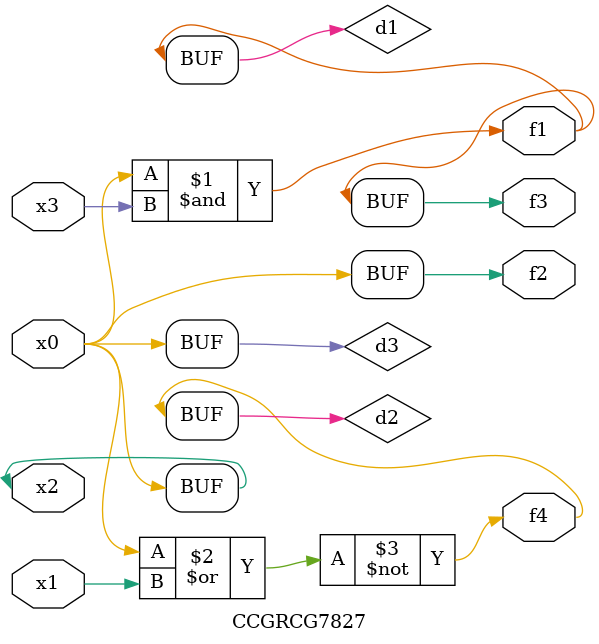
<source format=v>
module CCGRCG7827(
	input x0, x1, x2, x3,
	output f1, f2, f3, f4
);

	wire d1, d2, d3;

	and (d1, x2, x3);
	nor (d2, x0, x1);
	buf (d3, x0, x2);
	assign f1 = d1;
	assign f2 = d3;
	assign f3 = d1;
	assign f4 = d2;
endmodule

</source>
